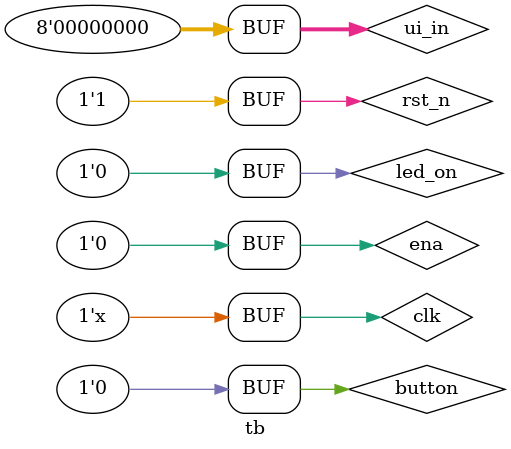
<source format=v>
`timescale 1ns / 1ps
`default_nettype none

module tb;

    reg clk;
    reg rst_n;
    reg [7:0] ui_in;
    reg ena;
    wire [7:0] uo_out;
    wire [7:0] uio_out;
    wire [7:0] uio_oe;

    // Additional signals for reaction_timer
    reg button;
    reg led_on;
    wire [7:0] time_out;

    // Instantiate the tt_um_reaction_timer module
    tt_um_reaction_timer dut (
        .clk(clk),
        .rst_n(rst_n),
        .ui_in(ui_in),
        .uo_out(uo_out),
        .uio_out(uio_out),
        .uio_oe(uio_oe),
        .ena(ena)
    );

    initial begin
        // Initialize inputs
        clk = 0;
        rst_n = 0;
        ui_in = 8'b0;
        ena = 0;
        button = 0;
        led_on = 0;

        // Apply reset
        #10 rst_n = 1;
    end

    always #5 clk = ~clk; // Generate clock signal

endmodule


</source>
